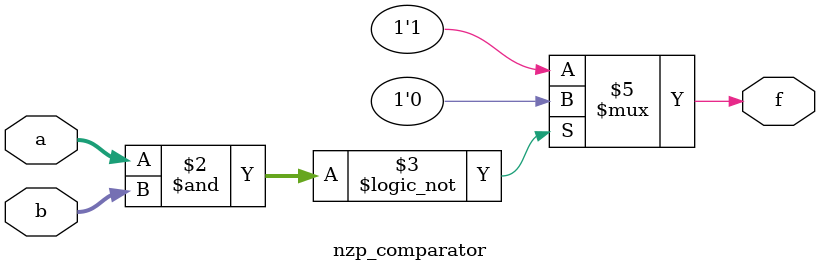
<source format=sv>
module nzp_comparator #(parameter width = 3)
(
	input [width-1:0] a, b,
	output logic f
);

always_comb
begin
	if ((a & b) == 0)
		f = 1'b0;
	else
		f = 1'b1;
end

endmodule : nzp_comparator

</source>
